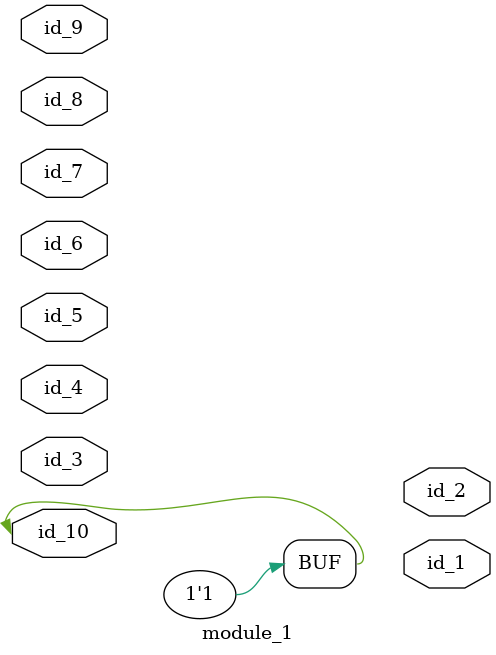
<source format=v>
module module_0;
  assign id_1 = id_1;
endmodule
module module_1 (
    id_1,
    id_2,
    id_3,
    id_4,
    id_5,
    id_6,
    id_7,
    id_8,
    id_9,
    id_10
);
  inout wire id_10;
  input wire id_9;
  input wire id_8;
  inout wire id_7;
  input wire id_6;
  inout wire id_5;
  inout wire id_4;
  input wire id_3;
  output wire id_2;
  output wire id_1;
  assign id_10 = 1;
  module_0 modCall_1 ();
  wire id_11, id_12, id_13;
  initial id_10 = id_9;
endmodule

</source>
